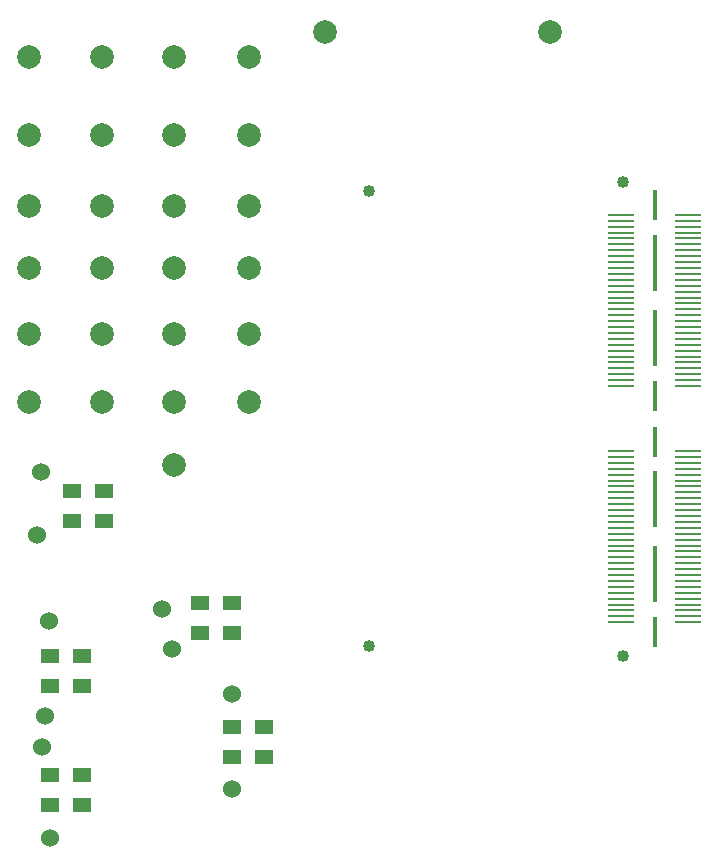
<source format=gts>
G04 #@! TF.GenerationSoftware,KiCad,Pcbnew,(5.1.10)-1*
G04 #@! TF.CreationDate,2021-09-09T21:29:34+03:00*
G04 #@! TF.ProjectId,Jetson_camera_interposer,4a657473-6f6e-45f6-9361-6d6572615f69,rev?*
G04 #@! TF.SameCoordinates,Original*
G04 #@! TF.FileFunction,Soldermask,Top*
G04 #@! TF.FilePolarity,Negative*
%FSLAX46Y46*%
G04 Gerber Fmt 4.6, Leading zero omitted, Abs format (unit mm)*
G04 Created by KiCad (PCBNEW (5.1.10)-1) date 2021-09-09 21:29:34*
%MOMM*%
%LPD*%
G01*
G04 APERTURE LIST*
%ADD10R,2.268220X0.279400*%
%ADD11R,0.431800X2.540000*%
%ADD12R,0.431800X4.699000*%
%ADD13C,1.016000*%
%ADD14R,1.500000X1.300000*%
%ADD15C,1.524000*%
%ADD16C,1.018540*%
%ADD17C,2.000000*%
G04 APERTURE END LIST*
D10*
X149039880Y-120749140D03*
X143340120Y-120749140D03*
X149039880Y-120248760D03*
X143340120Y-120248760D03*
X149039880Y-119748380D03*
X143340120Y-119748380D03*
X149039880Y-119248000D03*
X143340120Y-119248000D03*
X149039880Y-118747620D03*
X143340120Y-118747620D03*
X149039880Y-118249780D03*
X143340120Y-118249780D03*
X149039880Y-117749400D03*
X143340120Y-117749400D03*
X149039880Y-117249020D03*
X143340120Y-117249020D03*
X149039880Y-116748640D03*
X143340120Y-116748640D03*
X149039880Y-116248260D03*
X143340120Y-116248260D03*
X149039880Y-115747880D03*
X143340120Y-115747880D03*
X149039880Y-115247500D03*
X143340120Y-115247500D03*
X149039880Y-114749660D03*
X143340120Y-114749660D03*
X149039880Y-114249280D03*
X143340120Y-114249280D03*
X149039880Y-113748900D03*
X143340120Y-113748900D03*
X149039880Y-113248520D03*
X143340120Y-113248520D03*
X149039880Y-112748140D03*
X143340120Y-112748140D03*
X149039880Y-112247760D03*
X143340120Y-112247760D03*
X149039880Y-111749920D03*
X143340120Y-111749920D03*
X149039880Y-111249540D03*
X143340120Y-111249540D03*
X149039880Y-110749160D03*
X143340120Y-110749160D03*
X149039880Y-110248780D03*
X143340120Y-110248780D03*
X149039880Y-109748400D03*
X143340120Y-109748400D03*
X149039880Y-109248020D03*
X143340120Y-109248020D03*
X149039880Y-108747640D03*
X143340120Y-108747640D03*
X149039880Y-108249800D03*
X143340120Y-108249800D03*
X149039880Y-107749420D03*
X143340120Y-107749420D03*
X149039880Y-107249040D03*
X143340120Y-107249040D03*
X149039880Y-106748660D03*
X143340120Y-106748660D03*
X149039880Y-106248280D03*
X143340120Y-106248280D03*
X149039880Y-100751720D03*
X143340120Y-100751720D03*
X149039880Y-100251340D03*
X143340120Y-100251340D03*
X149039880Y-99750960D03*
X143340120Y-99750960D03*
X149039880Y-99250580D03*
X143340120Y-99250580D03*
X149039880Y-98750200D03*
X143340120Y-98750200D03*
X149039880Y-98252360D03*
X143340120Y-98252360D03*
X149039880Y-97751980D03*
X143340120Y-97751980D03*
X149039880Y-97251600D03*
X143340120Y-97251600D03*
X149039880Y-96751220D03*
X143340120Y-96751220D03*
X149039880Y-96250840D03*
X143340120Y-96250840D03*
X149039880Y-95750460D03*
X143340120Y-95750460D03*
X149039880Y-95250080D03*
X143340120Y-95250080D03*
X149039880Y-94752240D03*
X143340120Y-94752240D03*
X149039880Y-94251860D03*
X143340120Y-94251860D03*
X149039880Y-93751480D03*
X143340120Y-93751480D03*
X149039880Y-93251100D03*
X143340120Y-93251100D03*
X149039880Y-92750720D03*
X143340120Y-92750720D03*
X149039880Y-92250340D03*
X143340120Y-92250340D03*
X149039880Y-91752500D03*
X143340120Y-91752500D03*
X149039880Y-91252120D03*
X143340120Y-91252120D03*
X149039880Y-90751740D03*
X143340120Y-90751740D03*
X149039880Y-90251360D03*
X143340120Y-90251360D03*
X149039880Y-89750980D03*
X143340120Y-89750980D03*
X149039880Y-89250600D03*
X143340120Y-89250600D03*
X149039880Y-88750220D03*
X143340120Y-88750220D03*
X149039880Y-88252380D03*
X143340120Y-88252380D03*
X149039880Y-87752000D03*
X143340120Y-87752000D03*
X149039880Y-87251620D03*
X143340120Y-87251620D03*
X149039880Y-86751240D03*
X143340120Y-86751240D03*
X149039880Y-86250860D03*
X143340120Y-86250860D03*
D11*
X146190000Y-121549240D03*
D12*
X146190000Y-116697840D03*
X146190000Y-110347840D03*
D11*
X146190000Y-105448180D03*
X146190000Y-101551820D03*
D12*
X146190000Y-96652160D03*
X146190000Y-90302160D03*
D11*
X146190000Y-85450760D03*
D13*
X143523000Y-123566000D03*
X143523000Y-83434000D03*
D14*
X110437816Y-129580906D03*
X113137816Y-129580906D03*
X95030146Y-136250012D03*
X97730146Y-136250012D03*
X95010660Y-126112956D03*
X97710660Y-126112956D03*
X110437816Y-132120906D03*
X113137816Y-132120906D03*
X95030146Y-133710012D03*
X97730146Y-133710012D03*
X95010660Y-123572956D03*
X97710660Y-123572956D03*
X110429800Y-121666000D03*
X107729800Y-121666000D03*
X99534738Y-109639220D03*
X96834738Y-109639220D03*
X110429800Y-119126000D03*
X107729800Y-119126000D03*
X99534738Y-112179220D03*
X96834738Y-112179220D03*
D15*
X110426000Y-126822200D03*
X110400600Y-134899400D03*
X94982800Y-139039600D03*
X94322400Y-131318000D03*
X94234000Y-108026200D03*
X93865200Y-113385600D03*
X94932000Y-120624600D03*
X94551000Y-128651000D03*
X104507800Y-119583200D03*
X105346000Y-123037600D03*
D16*
X122029460Y-122737960D03*
X122029460Y-84262040D03*
D17*
X93205300Y-72923400D03*
X99364800Y-72923400D03*
X105486200Y-72923400D03*
X111810799Y-72923400D03*
X105486200Y-96342198D03*
X105460800Y-107391200D03*
X137287000Y-70764400D03*
X118237000Y-70764400D03*
X105486200Y-90741500D03*
X93205300Y-102108000D03*
X93205300Y-85471000D03*
X93205300Y-96342198D03*
X93205300Y-79501998D03*
X111810799Y-96342198D03*
X93205300Y-90741500D03*
X99364800Y-90741500D03*
X111810799Y-90741500D03*
X111810799Y-102108000D03*
X99364800Y-85471000D03*
X111810799Y-79501998D03*
X111810799Y-85471000D03*
X105486200Y-85471000D03*
X105486200Y-79501998D03*
X99364800Y-79501998D03*
X105486200Y-102108000D03*
X99364800Y-96342198D03*
X99364800Y-102108000D03*
M02*

</source>
